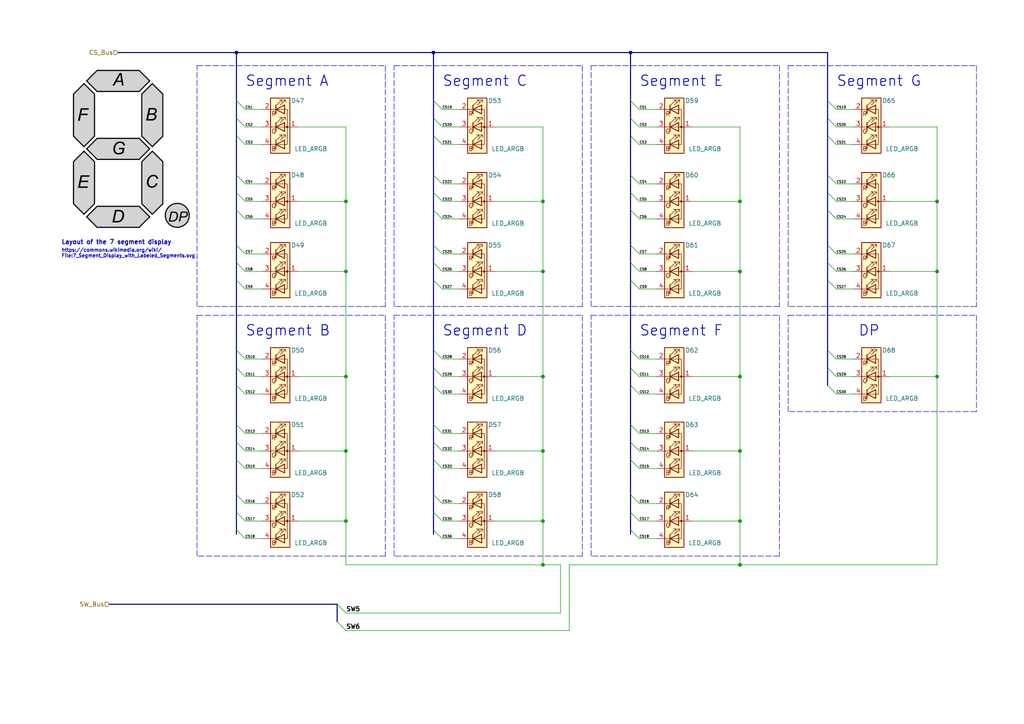
<source format=kicad_sch>
(kicad_sch (version 20211123) (generator eeschema)
  (paper "A4")
  (lib_symbols
    (symbol "Device:LED_ARGB" (pin_names (offset 0) hide)
      (property "Reference" "D" (at 0 9.398 0))
      (property "Value" "LED_ARGB" (at 0 -8.89 0))
      (symbol "LED_ARGB_0_0"
        (text "B" (at -1.905 -6.35 0) (effects (font (size 1.27 1.27))))
        (text "G" (at -1.905 -1.27 0) (effects (font (size 1.27 1.27))))
        (text "R" (at -1.905 3.81 0) (effects (font (size 1.27 1.27))))
      )
      (symbol "LED_ARGB_0_1"
        (polyline (pts (xy -1.27 -5.08) (xy -2.54 -5.08)))
        (polyline (pts (xy -1.27 -5.08) (xy 1.27 -5.08)))
        (polyline (pts (xy -1.27 -3.81) (xy -1.27 -6.35)) (stroke (width 0.254)))
        (polyline (pts (xy -1.27 0) (xy -2.54 0)))
        (polyline (pts (xy -1.27 1.27) (xy -1.27 -1.27)) (stroke (width 0.254)))
        (polyline (pts (xy -1.27 5.08) (xy -2.54 5.08)))
        (polyline (pts (xy -1.27 5.08) (xy 1.27 5.08)))
        (polyline (pts (xy -1.27 6.35) (xy -1.27 3.81)) (stroke (width 0.254)))
        (polyline (pts (xy 1.27 0) (xy -1.27 0)))
        (polyline (pts (xy 1.27 0) (xy 2.54 0)))
        (polyline (pts (xy -1.27 1.27) (xy -1.27 -1.27) (xy -1.27 -1.27)))
        (polyline (pts (xy -1.27 6.35) (xy -1.27 3.81) (xy -1.27 3.81)))
        (polyline (pts (xy 1.27 -5.08) (xy 2.032 -5.08) (xy 2.032 5.08) (xy 1.27 5.08)))
        (polyline (pts (xy 1.27 -3.81) (xy 1.27 -6.35) (xy -1.27 -5.08) (xy 1.27 -3.81)) (stroke (width 0.254)))
        (polyline (pts (xy 1.27 1.27) (xy 1.27 -1.27) (xy -1.27 0) (xy 1.27 1.27)) (stroke (width 0.254)))
        (polyline (pts (xy 1.27 6.35) (xy 1.27 3.81) (xy -1.27 5.08) (xy 1.27 6.35)) (stroke (width 0.254)))
        (polyline (pts (xy -1.016 -3.81) (xy 0.508 -2.286) (xy -0.254 -2.286) (xy 0.508 -2.286) (xy 0.508 -3.048)))
        (polyline (pts (xy -1.016 1.27) (xy 0.508 2.794) (xy -0.254 2.794) (xy 0.508 2.794) (xy 0.508 2.032)))
        (polyline (pts (xy -1.016 6.35) (xy 0.508 7.874) (xy -0.254 7.874) (xy 0.508 7.874) (xy 0.508 7.112)))
        (polyline (pts (xy 0 -3.81) (xy 1.524 -2.286) (xy 0.762 -2.286) (xy 1.524 -2.286) (xy 1.524 -3.048)))
        (polyline (pts (xy 0 1.27) (xy 1.524 2.794) (xy 0.762 2.794) (xy 1.524 2.794) (xy 1.524 2.032)))
        (polyline (pts (xy 0 6.35) (xy 1.524 7.874) (xy 0.762 7.874) (xy 1.524 7.874) (xy 1.524 7.112)))
        (rectangle (start 1.27 -1.27) (end 1.27 1.27))
        (rectangle (start 1.27 1.27) (end 1.27 1.27))
        (rectangle (start 1.27 3.81) (end 1.27 6.35))
        (rectangle (start 1.27 6.35) (end 1.27 6.35))
        (circle (center 2.032 0) (radius 0.254) (fill (type outline)))
        (rectangle (start 2.794 8.382) (end -2.794 -7.62) (stroke (width 0.254)) (fill (type background)))
      )
      (symbol "LED_ARGB_1_1"
        (pin passive line (at 5.08 0 180) (length 2.54) (name "A") (number "1"))
        (pin passive line (at -5.08 5.08 0) (length 2.54) (name "RK") (number "2"))
        (pin passive line (at -5.08 0 0) (length 2.54) (name "GK") (number "3"))
        (pin passive line (at -5.08 -5.08 0) (length 2.54) (name "BK") (number "4"))
      )
    )
  )
  (junction (at 214.63 78.74))
  (junction (at 271.78 109.22))
  (junction (at 157.48 163.83))
  (junction (at 157.48 151.13))
  (junction (at 271.78 78.74))
  (junction (at 214.63 151.13))
  (junction (at 214.63 163.83))
  (junction (at 100.33 130.81))
  (junction (at 214.63 130.81))
  (junction (at 214.63 58.42))
  (junction (at 157.48 109.22))
  (junction (at 100.33 109.22))
  (junction (at 100.33 151.13))
  (junction (at 157.48 130.81))
  (junction (at 157.48 78.74))
  (junction (at 182.88 15.24))
  (junction (at 125.73 15.24))
  (junction (at 157.48 58.42))
  (junction (at 271.78 58.42))
  (junction (at 68.58 15.24))
  (junction (at 214.63 109.22))
  (junction (at 100.33 58.42))
  (junction (at 100.33 78.74))
  (bus_entry (at 182.88 55.88) (size 2.54 2.54))
  (bus_entry (at 125.73 133.35) (size 2.54 2.54))
  (bus_entry (at 125.73 81.28) (size 2.54 2.54))
  (bus_entry (at 97.79 175.26) (size 2.54 2.54))
  (bus_entry (at 97.79 180.34) (size 2.54 2.54))
  (bus_entry (at 240.03 55.88) (size 2.54 2.54))
  (bus_entry (at 182.88 76.2) (size 2.54 2.54))
  (bus_entry (at 182.88 50.8) (size 2.54 2.54))
  (bus_entry (at 125.73 50.8) (size 2.54 2.54))
  (bus_entry (at 68.58 39.37) (size 2.54 2.54))
  (bus_entry (at 125.73 143.51) (size 2.54 2.54))
  (bus_entry (at 240.03 106.68) (size 2.54 2.54))
  (bus_entry (at 68.58 143.51) (size 2.54 2.54))
  (bus_entry (at 182.88 128.27) (size 2.54 2.54))
  (bus_entry (at 182.88 133.35) (size 2.54 2.54))
  (bus_entry (at 182.88 39.37) (size 2.54 2.54))
  (bus_entry (at 182.88 101.6) (size 2.54 2.54))
  (bus_entry (at 125.73 148.59) (size 2.54 2.54))
  (bus_entry (at 182.88 111.76) (size 2.54 2.54))
  (bus_entry (at 240.03 71.12) (size 2.54 2.54))
  (bus_entry (at 182.88 60.96) (size 2.54 2.54))
  (bus_entry (at 240.03 39.37) (size 2.54 2.54))
  (bus_entry (at 240.03 50.8) (size 2.54 2.54))
  (bus_entry (at 182.88 148.59) (size 2.54 2.54))
  (bus_entry (at 125.73 153.67) (size 2.54 2.54))
  (bus_entry (at 182.88 34.29) (size 2.54 2.54))
  (bus_entry (at 125.73 71.12) (size 2.54 2.54))
  (bus_entry (at 68.58 153.67) (size 2.54 2.54))
  (bus_entry (at 182.88 81.28) (size 2.54 2.54))
  (bus_entry (at 240.03 101.6) (size 2.54 2.54))
  (bus_entry (at 182.88 71.12) (size 2.54 2.54))
  (bus_entry (at 125.73 111.76) (size 2.54 2.54))
  (bus_entry (at 125.73 106.68) (size 2.54 2.54))
  (bus_entry (at 182.88 123.19) (size 2.54 2.54))
  (bus_entry (at 68.58 133.35) (size 2.54 2.54))
  (bus_entry (at 240.03 111.76) (size 2.54 2.54))
  (bus_entry (at 68.58 71.12) (size 2.54 2.54))
  (bus_entry (at 125.73 101.6) (size 2.54 2.54))
  (bus_entry (at 125.73 29.21) (size 2.54 2.54))
  (bus_entry (at 68.58 101.6) (size 2.54 2.54))
  (bus_entry (at 240.03 81.28) (size 2.54 2.54))
  (bus_entry (at 125.73 76.2) (size 2.54 2.54))
  (bus_entry (at 125.73 34.29) (size 2.54 2.54))
  (bus_entry (at 182.88 29.21) (size 2.54 2.54))
  (bus_entry (at 68.58 60.96) (size 2.54 2.54))
  (bus_entry (at 68.58 55.88) (size 2.54 2.54))
  (bus_entry (at 240.03 29.21) (size 2.54 2.54))
  (bus_entry (at 240.03 60.96) (size 2.54 2.54))
  (bus_entry (at 125.73 60.96) (size 2.54 2.54))
  (bus_entry (at 68.58 29.21) (size 2.54 2.54))
  (bus_entry (at 68.58 128.27) (size 2.54 2.54))
  (bus_entry (at 68.58 34.29) (size 2.54 2.54))
  (bus_entry (at 68.58 106.68) (size 2.54 2.54))
  (bus_entry (at 240.03 76.2) (size 2.54 2.54))
  (bus_entry (at 68.58 148.59) (size 2.54 2.54))
  (bus_entry (at 68.58 76.2) (size 2.54 2.54))
  (bus_entry (at 240.03 34.29) (size 2.54 2.54))
  (bus_entry (at 125.73 55.88) (size 2.54 2.54))
  (bus_entry (at 68.58 50.8) (size 2.54 2.54))
  (bus_entry (at 125.73 39.37) (size 2.54 2.54))
  (bus_entry (at 125.73 123.19) (size 2.54 2.54))
  (bus_entry (at 182.88 143.51) (size 2.54 2.54))
  (bus_entry (at 125.73 128.27) (size 2.54 2.54))
  (bus_entry (at 68.58 111.76) (size 2.54 2.54))
  (bus_entry (at 68.58 123.19) (size 2.54 2.54))
  (bus_entry (at 182.88 106.68) (size 2.54 2.54))
  (bus_entry (at 68.58 81.28) (size 2.54 2.54))
  (bus_entry (at 182.88 153.67) (size 2.54 2.54))
  (wire (pts (xy 200.66 109.22) (xy 214.63 109.22)))
  (wire (pts (xy 86.36 109.22) (xy 100.33 109.22)))
  (wire (pts (xy 242.57 36.83) (xy 247.65 36.83)))
  (bus (pts (xy 125.73 143.51) (xy 125.73 148.59)))
  (wire (pts (xy 71.12 73.66) (xy 76.2 73.66)))
  (wire (pts (xy 71.12 36.83) (xy 76.2 36.83)))
  (bus (pts (xy 68.58 123.19) (xy 68.58 128.27)))
  (polyline (pts (xy 171.45 88.9) (xy 171.45 19.05)))
  (wire (pts (xy 242.57 104.14) (xy 247.65 104.14)))
  (wire (pts (xy 185.42 104.14) (xy 190.5 104.14)))
  (wire (pts (xy 214.63 130.81) (xy 200.66 130.81)))
  (wire (pts (xy 128.27 156.21) (xy 133.35 156.21)))
  (bus (pts (xy 125.73 15.24) (xy 182.88 15.24)))
  (bus (pts (xy 240.03 50.8) (xy 240.03 55.88)))
  (wire (pts (xy 242.57 73.66) (xy 247.65 73.66)))
  (wire (pts (xy 128.27 78.74) (xy 133.35 78.74)))
  (wire (pts (xy 100.33 78.74) (xy 100.33 109.22)))
  (wire (pts (xy 157.48 130.81) (xy 157.48 151.13)))
  (wire (pts (xy 185.42 156.21) (xy 190.5 156.21)))
  (bus (pts (xy 125.73 55.88) (xy 125.73 60.96)))
  (wire (pts (xy 157.48 151.13) (xy 157.48 163.83)))
  (wire (pts (xy 242.57 41.91) (xy 247.65 41.91)))
  (wire (pts (xy 200.66 36.83) (xy 214.63 36.83)))
  (polyline (pts (xy 111.76 19.05) (xy 111.76 88.9)))
  (wire (pts (xy 257.81 78.74) (xy 271.78 78.74)))
  (polyline (pts (xy 283.21 119.38) (xy 228.6 119.38)))
  (bus (pts (xy 182.88 60.96) (xy 182.88 71.12)))
  (bus (pts (xy 125.73 71.12) (xy 125.73 76.2)))
  (bus (pts (xy 182.88 133.35) (xy 182.88 143.51)))
  (bus (pts (xy 68.58 15.24) (xy 125.73 15.24)))
  (wire (pts (xy 128.27 114.3) (xy 133.35 114.3)))
  (wire (pts (xy 71.12 78.74) (xy 76.2 78.74)))
  (wire (pts (xy 71.12 31.75) (xy 76.2 31.75)))
  (bus (pts (xy 182.88 148.59) (xy 182.88 153.67)))
  (bus (pts (xy 182.88 29.21) (xy 182.88 34.29)))
  (wire (pts (xy 143.51 36.83) (xy 157.48 36.83)))
  (bus (pts (xy 68.58 76.2) (xy 68.58 81.28)))
  (wire (pts (xy 128.27 31.75) (xy 133.35 31.75)))
  (wire (pts (xy 71.12 156.21) (xy 76.2 156.21)))
  (wire (pts (xy 185.42 146.05) (xy 190.5 146.05)))
  (bus (pts (xy 68.58 153.67) (xy 68.58 154.94)))
  (wire (pts (xy 185.42 53.34) (xy 190.5 53.34)))
  (polyline (pts (xy 171.45 161.29) (xy 171.45 91.44)))
  (wire (pts (xy 143.51 109.22) (xy 157.48 109.22)))
  (bus (pts (xy 68.58 111.76) (xy 68.58 123.19)))
  (wire (pts (xy 214.63 58.42) (xy 200.66 58.42)))
  (wire (pts (xy 242.57 58.42) (xy 247.65 58.42)))
  (wire (pts (xy 100.33 109.22) (xy 100.33 130.81)))
  (wire (pts (xy 185.42 73.66) (xy 190.5 73.66)))
  (bus (pts (xy 182.88 143.51) (xy 182.88 148.59)))
  (bus (pts (xy 182.88 106.68) (xy 182.88 111.76)))
  (wire (pts (xy 128.27 104.14) (xy 133.35 104.14)))
  (bus (pts (xy 182.88 50.8) (xy 182.88 55.88)))
  (wire (pts (xy 214.63 58.42) (xy 214.63 78.74)))
  (wire (pts (xy 128.27 151.13) (xy 133.35 151.13)))
  (wire (pts (xy 271.78 58.42) (xy 257.81 58.42)))
  (wire (pts (xy 242.57 31.75) (xy 247.65 31.75)))
  (bus (pts (xy 240.03 55.88) (xy 240.03 60.96)))
  (wire (pts (xy 185.42 58.42) (xy 190.5 58.42)))
  (wire (pts (xy 185.42 36.83) (xy 190.5 36.83)))
  (bus (pts (xy 68.58 29.21) (xy 68.58 34.29)))
  (wire (pts (xy 185.42 114.3) (xy 190.5 114.3)))
  (bus (pts (xy 68.58 39.37) (xy 68.58 50.8)))
  (bus (pts (xy 240.03 101.6) (xy 240.03 106.68)))
  (wire (pts (xy 128.27 41.91) (xy 133.35 41.91)))
  (wire (pts (xy 128.27 125.73) (xy 133.35 125.73)))
  (wire (pts (xy 257.81 109.22) (xy 271.78 109.22)))
  (wire (pts (xy 185.42 41.91) (xy 190.5 41.91)))
  (polyline (pts (xy 114.3 88.9) (xy 114.3 19.05)))
  (wire (pts (xy 71.12 130.81) (xy 76.2 130.81)))
  (bus (pts (xy 68.58 81.28) (xy 68.58 101.6)))
  (wire (pts (xy 100.33 163.83) (xy 157.48 163.83)))
  (polyline (pts (xy 171.45 19.05) (xy 226.06 19.05)))
  (wire (pts (xy 71.12 114.3) (xy 76.2 114.3)))
  (polyline (pts (xy 226.06 91.44) (xy 226.06 161.29)))
  (wire (pts (xy 185.42 109.22) (xy 190.5 109.22)))
  (bus (pts (xy 125.73 148.59) (xy 125.73 153.67)))
  (bus (pts (xy 125.73 34.29) (xy 125.73 39.37)))
  (bus (pts (xy 182.88 15.24) (xy 240.03 15.24)))
  (polyline (pts (xy 57.15 91.44) (xy 111.76 91.44)))
  (polyline (pts (xy 228.6 19.05) (xy 283.21 19.05)))
  (polyline (pts (xy 228.6 119.38) (xy 228.6 91.44)))
  (bus (pts (xy 68.58 133.35) (xy 68.58 143.51)))
  (polyline (pts (xy 111.76 91.44) (xy 111.76 161.29)))
  (wire (pts (xy 157.48 58.42) (xy 143.51 58.42)))
  (bus (pts (xy 125.73 81.28) (xy 125.73 101.6)))
  (wire (pts (xy 157.48 130.81) (xy 143.51 130.81)))
  (bus (pts (xy 125.73 111.76) (xy 125.73 123.19)))
  (wire (pts (xy 71.12 58.42) (xy 76.2 58.42)))
  (polyline (pts (xy 228.6 91.44) (xy 283.21 91.44)))
  (bus (pts (xy 182.88 153.67) (xy 182.88 154.94)))
  (wire (pts (xy 143.51 78.74) (xy 157.48 78.74)))
  (wire (pts (xy 214.63 78.74) (xy 214.63 109.22)))
  (bus (pts (xy 31.75 175.26) (xy 97.79 175.26)))
  (wire (pts (xy 185.42 135.89) (xy 190.5 135.89)))
  (polyline (pts (xy 57.15 19.05) (xy 111.76 19.05)))
  (wire (pts (xy 86.36 151.13) (xy 100.33 151.13)))
  (wire (pts (xy 242.57 63.5) (xy 247.65 63.5)))
  (bus (pts (xy 240.03 15.24) (xy 240.03 29.21)))
  (bus (pts (xy 125.73 15.24) (xy 125.73 29.21)))
  (polyline (pts (xy 283.21 19.05) (xy 283.21 88.9)))
  (wire (pts (xy 71.12 146.05) (xy 76.2 146.05)))
  (bus (pts (xy 97.79 175.26) (xy 97.79 180.34)))
  (wire (pts (xy 271.78 36.83) (xy 271.78 58.42)))
  (wire (pts (xy 200.66 151.13) (xy 214.63 151.13)))
  (polyline (pts (xy 57.15 88.9) (xy 57.15 19.05)))
  (polyline (pts (xy 228.6 88.9) (xy 228.6 19.05)))
  (wire (pts (xy 242.57 53.34) (xy 247.65 53.34)))
  (bus (pts (xy 125.73 29.21) (xy 125.73 34.29)))
  (wire (pts (xy 200.66 78.74) (xy 214.63 78.74)))
  (bus (pts (xy 125.73 133.35) (xy 125.73 143.51)))
  (bus (pts (xy 182.88 76.2) (xy 182.88 81.28)))
  (wire (pts (xy 157.48 78.74) (xy 157.48 109.22)))
  (wire (pts (xy 143.51 151.13) (xy 157.48 151.13)))
  (bus (pts (xy 125.73 101.6) (xy 125.73 106.68)))
  (bus (pts (xy 125.73 153.67) (xy 125.73 154.94)))
  (polyline (pts (xy 283.21 91.44) (xy 283.21 119.38)))
  (wire (pts (xy 185.42 63.5) (xy 190.5 63.5)))
  (bus (pts (xy 68.58 148.59) (xy 68.58 153.67)))
  (bus (pts (xy 182.88 81.28) (xy 182.88 101.6)))
  (bus (pts (xy 125.73 50.8) (xy 125.73 55.88)))
  (bus (pts (xy 68.58 101.6) (xy 68.58 106.68)))
  (bus (pts (xy 125.73 123.19) (xy 125.73 128.27)))
  (bus (pts (xy 68.58 106.68) (xy 68.58 111.76)))
  (wire (pts (xy 157.48 36.83) (xy 157.48 58.42)))
  (bus (pts (xy 68.58 71.12) (xy 68.58 76.2)))
  (wire (pts (xy 128.27 73.66) (xy 133.35 73.66)))
  (wire (pts (xy 214.63 36.83) (xy 214.63 58.42)))
  (bus (pts (xy 182.88 39.37) (xy 182.88 50.8)))
  (bus (pts (xy 182.88 123.19) (xy 182.88 128.27)))
  (wire (pts (xy 157.48 109.22) (xy 157.48 130.81)))
  (polyline (pts (xy 168.91 91.44) (xy 168.91 161.29)))
  (bus (pts (xy 182.88 15.24) (xy 182.88 29.21)))
  (wire (pts (xy 100.33 177.8) (xy 162.56 177.8)))
  (wire (pts (xy 271.78 78.74) (xy 271.78 109.22)))
  (wire (pts (xy 157.48 163.83) (xy 162.56 163.83)))
  (polyline (pts (xy 226.06 88.9) (xy 171.45 88.9)))
  (polyline (pts (xy 114.3 19.05) (xy 168.91 19.05)))
  (wire (pts (xy 71.12 63.5) (xy 76.2 63.5)))
  (wire (pts (xy 71.12 135.89) (xy 76.2 135.89)))
  (wire (pts (xy 100.33 130.81) (xy 86.36 130.81)))
  (polyline (pts (xy 114.3 161.29) (xy 114.3 91.44)))
  (bus (pts (xy 125.73 76.2) (xy 125.73 81.28)))
  (wire (pts (xy 128.27 58.42) (xy 133.35 58.42)))
  (polyline (pts (xy 111.76 161.29) (xy 57.15 161.29)))
  (wire (pts (xy 214.63 151.13) (xy 214.63 163.83)))
  (wire (pts (xy 162.56 163.83) (xy 162.56 177.8)))
  (wire (pts (xy 257.81 36.83) (xy 271.78 36.83)))
  (wire (pts (xy 185.42 31.75) (xy 190.5 31.75)))
  (bus (pts (xy 68.58 143.51) (xy 68.58 148.59)))
  (bus (pts (xy 240.03 29.21) (xy 240.03 34.29)))
  (wire (pts (xy 214.63 130.81) (xy 214.63 151.13)))
  (wire (pts (xy 86.36 36.83) (xy 100.33 36.83)))
  (wire (pts (xy 185.42 125.73) (xy 190.5 125.73)))
  (wire (pts (xy 100.33 36.83) (xy 100.33 58.42)))
  (bus (pts (xy 125.73 60.96) (xy 125.73 71.12)))
  (bus (pts (xy 240.03 39.37) (xy 240.03 50.8)))
  (bus (pts (xy 240.03 76.2) (xy 240.03 81.28)))
  (wire (pts (xy 128.27 135.89) (xy 133.35 135.89)))
  (wire (pts (xy 86.36 78.74) (xy 100.33 78.74)))
  (wire (pts (xy 214.63 109.22) (xy 214.63 130.81)))
  (wire (pts (xy 185.42 83.82) (xy 190.5 83.82)))
  (polyline (pts (xy 168.91 19.05) (xy 168.91 88.9)))
  (wire (pts (xy 128.27 36.83) (xy 133.35 36.83)))
  (bus (pts (xy 182.88 71.12) (xy 182.88 76.2)))
  (bus (pts (xy 182.88 111.76) (xy 182.88 123.19)))
  (wire (pts (xy 71.12 151.13) (xy 76.2 151.13)))
  (bus (pts (xy 182.88 128.27) (xy 182.88 133.35)))
  (bus (pts (xy 68.58 15.24) (xy 68.58 29.21)))
  (bus (pts (xy 68.58 55.88) (xy 68.58 60.96)))
  (wire (pts (xy 271.78 58.42) (xy 271.78 78.74)))
  (bus (pts (xy 182.88 101.6) (xy 182.88 106.68)))
  (wire (pts (xy 242.57 114.3) (xy 247.65 114.3)))
  (wire (pts (xy 185.42 151.13) (xy 190.5 151.13)))
  (wire (pts (xy 71.12 125.73) (xy 76.2 125.73)))
  (wire (pts (xy 100.33 163.83) (xy 100.33 151.13)))
  (wire (pts (xy 165.1 182.88) (xy 165.1 163.83)))
  (wire (pts (xy 71.12 83.82) (xy 76.2 83.82)))
  (wire (pts (xy 165.1 163.83) (xy 214.63 163.83)))
  (wire (pts (xy 100.33 130.81) (xy 100.33 151.13)))
  (wire (pts (xy 271.78 109.22) (xy 271.78 163.83)))
  (wire (pts (xy 242.57 78.74) (xy 247.65 78.74)))
  (bus (pts (xy 34.29 15.24) (xy 68.58 15.24)))
  (polyline (pts (xy 283.21 88.9) (xy 228.6 88.9)))
  (bus (pts (xy 182.88 55.88) (xy 182.88 60.96)))
  (wire (pts (xy 128.27 130.81) (xy 133.35 130.81)))
  (bus (pts (xy 240.03 34.29) (xy 240.03 39.37)))
  (polyline (pts (xy 114.3 91.44) (xy 168.91 91.44)))
  (bus (pts (xy 125.73 128.27) (xy 125.73 133.35)))
  (wire (pts (xy 128.27 53.34) (xy 133.35 53.34)))
  (wire (pts (xy 128.27 63.5) (xy 133.35 63.5)))
  (bus (pts (xy 240.03 60.96) (xy 240.03 71.12)))
  (polyline (pts (xy 168.91 88.9) (xy 114.3 88.9)))
  (bus (pts (xy 240.03 81.28) (xy 240.03 101.6)))
  (polyline (pts (xy 111.76 88.9) (xy 57.15 88.9)))
  (wire (pts (xy 214.63 163.83) (xy 271.78 163.83)))
  (polyline (pts (xy 226.06 161.29) (xy 171.45 161.29)))
  (bus (pts (xy 125.73 106.68) (xy 125.73 111.76)))
  (wire (pts (xy 242.57 109.22) (xy 247.65 109.22)))
  (wire (pts (xy 71.12 41.91) (xy 76.2 41.91)))
  (polyline (pts (xy 171.45 91.44) (xy 226.06 91.44)))
  (polyline (pts (xy 168.91 161.29) (xy 114.3 161.29)))
  (polyline (pts (xy 57.15 161.29) (xy 57.15 91.44)))
  (bus (pts (xy 125.73 39.37) (xy 125.73 50.8)))
  (wire (pts (xy 128.27 146.05) (xy 133.35 146.05)))
  (bus (pts (xy 68.58 50.8) (xy 68.58 55.88)))
  (bus (pts (xy 240.03 106.68) (xy 240.03 111.76)))
  (wire (pts (xy 185.42 130.81) (xy 190.5 130.81)))
  (polyline (pts (xy 226.06 19.05) (xy 226.06 88.9)))
  (wire (pts (xy 128.27 109.22) (xy 133.35 109.22)))
  (wire (pts (xy 157.48 58.42) (xy 157.48 78.74)))
  (bus (pts (xy 68.58 34.29) (xy 68.58 39.37)))
  (wire (pts (xy 242.57 83.82) (xy 247.65 83.82)))
  (wire (pts (xy 185.42 78.74) (xy 190.5 78.74)))
  (wire (pts (xy 100.33 58.42) (xy 100.33 78.74)))
  (wire (pts (xy 71.12 53.34) (xy 76.2 53.34)))
  (bus (pts (xy 68.58 128.27) (xy 68.58 133.35)))
  (bus (pts (xy 240.03 71.12) (xy 240.03 76.2)))
  (wire (pts (xy 71.12 104.14) (xy 76.2 104.14)))
  (wire (pts (xy 128.27 83.82) (xy 133.35 83.82)))
  (wire (pts (xy 71.12 109.22) (xy 76.2 109.22)))
  (wire (pts (xy 100.33 58.42) (xy 86.36 58.42)))
  (bus (pts (xy 182.88 34.29) (xy 182.88 39.37)))
  (wire (pts (xy 100.33 182.88) (xy 165.1 182.88)))
  (bus (pts (xy 68.58 60.96) (xy 68.58 71.12)))
  (image (at 38.1 43.18))
  (text "https://commons.wikimedia.org/wiki/\nFile:7_Segment_Display_with_Labeled_Segments.svg" (at 17.78 74.93 0) (effects (font (size 1 1) bold) (justify left bottom)))
  (text "Segment F" (at 185.42 97.79 0) (effects (font (size 3 3) (thickness 0.254) bold) (justify left bottom)))
  (text "Segment D" (at 128.27 97.79 0) (effects (font (size 3 3) (thickness 0.254) bold) (justify left bottom)))
  (text "Segment G" (at 242.57 25.4 0) (effects (font (size 3 3) (thickness 0.254) bold) (justify left bottom)))
  (text "Segment E" (at 185.42 25.4 0) (effects (font (size 3 3) (thickness 0.254) bold) (justify left bottom)))
  (text "Segment A" (at 71.12 25.4 0) (effects (font (size 3 3) (thickness 0.254) bold) (justify left bottom)))
  (text "DP\n" (at 248.92 97.79 0) (effects (font (size 3 3) (thickness 0.254) bold) (justify left bottom)))
  (text "Layout of the 7 segment display" (at 17.78 71.12 0) (effects (font (size 1.27 1.27) bold) (justify left bottom)))
  (text "Segment C" (at 128.27 25.4 0) (effects (font (size 3 3) (thickness 0.254) bold) (justify left bottom)))
  (text "Segment B" (at 71.12 97.79 0) (effects (font (size 3 3) (thickness 0.254) bold) (justify left bottom)))
  (label "SW6" (at 100.33 182.88 0) (effects (font bold)))
  (label "CS9" (at 71.12 83.82 0) (effects (font (size 0.7 0.7) bold)))
  (label "CS17" (at 71.12 151.13 0) (effects (font (size 0.7 0.7) bold)))
  (label "CS14" (at 71.12 130.81 0) (effects (font (size 0.7 0.7) bold)))
  (label "CS1" (at 185.42 31.75 0) (effects (font (size 0.7 0.7) bold)))
  (label "CS26" (at 128.27 78.74 0) (effects (font (size 0.7 0.7) bold)))
  (label "CS8" (at 71.12 78.74 0) (effects (font (size 0.7 0.7) bold)))
  (label "CS9" (at 185.42 83.82 0) (effects (font (size 0.7 0.7) bold)))
  (label "CS12" (at 185.42 114.3 0) (effects (font (size 0.7 0.7) bold)))
  (label "CS26" (at 242.57 78.74 0) (effects (font (size 0.7 0.7) bold)))
  (label "CS27" (at 242.57 83.82 0) (effects (font (size 0.7 0.7) bold)))
  (label "CS4" (at 71.12 53.34 0) (effects (font (size 0.7 0.7) bold)))
  (label "CS13" (at 71.12 125.73 0) (effects (font (size 0.7 0.7) bold)))
  (label "CS14" (at 185.42 130.81 0) (effects (font (size 0.7 0.7) bold)))
  (label "CS4" (at 185.42 53.34 0) (effects (font (size 0.7 0.7) bold)))
  (label "CS21" (at 242.57 41.91 0) (effects (font (size 0.7 0.7) bold)))
  (label "CS27" (at 128.27 83.82 0) (effects (font (size 0.7 0.7) bold)))
  (label "CS23" (at 128.27 58.42 0) (effects (font (size 0.7 0.7) bold)))
  (label "CS29" (at 128.27 109.22 0) (effects (font (size 0.7 0.7) bold)))
  (label "CS24" (at 128.27 63.5 0) (effects (font (size 0.7 0.7) bold)))
  (label "CS34" (at 128.27 146.05 0) (effects (font (size 0.7 0.7) bold)))
  (label "CS32" (at 128.27 130.81 0) (effects (font (size 0.7 0.7) bold)))
  (label "CS23" (at 242.57 58.42 0) (effects (font (size 0.7 0.7) bold)))
  (label "CS3" (at 71.12 41.91 0) (effects (font (size 0.7 0.7) bold)))
  (label "CS36" (at 128.27 156.21 0) (effects (font (size 0.7 0.7) bold)))
  (label "CS28" (at 242.57 104.14 0) (effects (font (size 0.7 0.7) bold)))
  (label "CS28" (at 128.27 104.14 0) (effects (font (size 0.7 0.7) bold)))
  (label "CS18" (at 71.12 156.21 0) (effects (font (size 0.7 0.7) bold)))
  (label "CS11" (at 185.42 109.22 0) (effects (font (size 0.7 0.7) bold)))
  (label "CS16" (at 71.12 146.05 0) (effects (font (size 0.7 0.7) bold)))
  (label "CS7" (at 71.12 73.66 0) (effects (font (size 0.7 0.7) bold)))
  (label "CS7" (at 185.42 73.66 0) (effects (font (size 0.7 0.7) bold)))
  (label "CS22" (at 242.57 53.34 0) (effects (font (size 0.7 0.7) bold)))
  (label "CS1" (at 71.12 31.75 0) (effects (font (size 0.7 0.7) bold)))
  (label "CS19" (at 128.27 31.75 0) (effects (font (size 0.7 0.7) bold)))
  (label "CS15" (at 71.12 135.89 0) (effects (font (size 0.7 0.7) bold)))
  (label "CS21" (at 128.27 41.91 0) (effects (font (size 0.7 0.7) bold)))
  (label "CS12" (at 71.12 114.3 0) (effects (font (size 0.7 0.7) bold)))
  (label "CS2" (at 185.42 36.83 0) (effects (font (size 0.7 0.7) bold)))
  (label "CS30" (at 242.57 114.3 0) (effects (font (size 0.7 0.7) bold)))
  (label "CS30" (at 128.27 114.3 0) (effects (font (size 0.7 0.7) bold)))
  (label "CS35" (at 128.27 151.13 0) (effects (font (size 0.7 0.7) bold)))
  (label "CS20" (at 128.27 36.83 0) (effects (font (size 0.7 0.7) bold)))
  (label "CS11" (at 71.12 109.22 0) (effects (font (size 0.7 0.7) bold)))
  (label "CS2" (at 71.12 36.83 0) (effects (font (size 0.7 0.7) bold)))
  (label "CS8" (at 185.42 78.74 0) (effects (font (size 0.7 0.7) bold)))
  (label "CS5" (at 71.12 58.42 0) (effects (font (size 0.7 0.7) bold)))
  (label "SW5" (at 100.33 177.8 0) (effects (font bold)))
  (label "CS10" (at 185.42 104.14 0) (effects (font (size 0.7 0.7) bold)))
  (label "CS3" (at 185.42 41.91 0) (effects (font (size 0.7 0.7) bold)))
  (label "CS17" (at 185.42 151.13 0) (effects (font (size 0.7 0.7) bold)))
  (label "CS31" (at 128.27 125.73 0) (effects (font (size 0.7 0.7) bold)))
  (label "CS29" (at 242.57 109.22 0) (effects (font (size 0.7 0.7) bold)))
  (label "CS5" (at 185.42 58.42 0) (effects (font (size 0.7 0.7) bold)))
  (label "CS25" (at 242.57 73.66 0) (effects (font (size 0.7 0.7) bold)))
  (label "CS33" (at 128.27 135.89 0) (effects (font (size 0.7 0.7) bold)))
  (label "CS22" (at 128.27 53.34 0) (effects (font (size 0.7 0.7) bold)))
  (label "CS16" (at 185.42 146.05 0) (effects (font (size 0.7 0.7) bold)))
  (label "CS15" (at 185.42 135.89 0) (effects (font (size 0.7 0.7) bold)))
  (label "CS18" (at 185.42 156.21 0) (effects (font (size 0.7 0.7) bold)))
  (label "CS20" (at 242.57 36.83 0) (effects (font (size 0.7 0.7) bold)))
  (label "CS13" (at 185.42 125.73 0) (effects (font (size 0.7 0.7) bold)))
  (label "CS6" (at 185.42 63.5 0) (effects (font (size 0.7 0.7) bold)))
  (label "CS25" (at 128.27 73.66 0) (effects (font (size 0.7 0.7) bold)))
  (label "CS24" (at 242.57 63.5 0) (effects (font (size 0.7 0.7) bold)))
  (label "CS6" (at 71.12 63.5 0) (effects (font (size 0.7 0.7) bold)))
  (label "CS10" (at 71.12 104.14 0) (effects (font (size 0.7 0.7) bold)))
  (label "CS19" (at 242.57 31.75 0) (effects (font (size 0.7 0.7) bold)))
  (hierarchical_label "SW_Bus" (shape input) (at 31.75 175.26 180))
  (hierarchical_label "CS_Bus" (shape input) (at 34.29 15.24 180))
  (symbol (lib_id "Device:LED_ARGB") (at 195.58 109.22 0) (unit 1)
    (property "Reference" "D62" (at 200.66 101.6 0))
    (property "Value" "LED_ARGB" (at 204.47 115.57 0))
    (property "Footprint" "jjh:SX-0402-RGB" (effects hide))
  )
  (symbol (lib_id "Device:LED_ARGB") (at 195.58 78.74 0) (unit 1)
    (property "Reference" "D61" (at 200.66 71.12 0))
    (property "Value" "LED_ARGB" (at 204.47 85.09 0))
    (property "Footprint" "jjh:SX-0402-RGB" (effects hide))
  )
  (symbol (lib_id "Device:LED_ARGB") (at 252.73 109.22 0) (unit 1)
    (property "Reference" "D68" (at 257.81 101.6 0))
    (property "Value" "LED_ARGB" (at 261.62 115.57 0))
    (property "Footprint" "jjh:SX-0402-RGB" (effects hide))
  )
  (symbol (lib_id "Device:LED_ARGB") (at 81.28 36.83 0) (unit 1)
    (property "Reference" "D47" (at 86.36 29.21 0))
    (property "Value" "LED_ARGB" (at 90.17 43.18 0))
    (property "Footprint" "jjh:SX-0402-RGB" (effects hide))
  )
  (symbol (lib_id "Device:LED_ARGB") (at 138.43 58.42 0) (unit 1)
    (property "Reference" "D54" (at 143.51 50.8 0))
    (property "Value" "LED_ARGB" (at 147.32 64.77 0))
    (property "Footprint" "jjh:SX-0402-RGB" (effects hide))
  )
  (symbol (lib_id "Device:LED_ARGB") (at 195.58 130.81 0) (unit 1)
    (property "Reference" "D63" (at 200.66 123.19 0))
    (property "Value" "LED_ARGB" (at 204.47 137.16 0))
    (property "Footprint" "jjh:SX-0402-RGB" (effects hide))
  )
  (symbol (lib_id "Device:LED_ARGB") (at 81.28 78.74 0) (unit 1)
    (property "Reference" "D49" (at 86.36 71.12 0))
    (property "Value" "LED_ARGB" (at 90.17 85.09 0))
    (property "Footprint" "jjh:SX-0402-RGB" (effects hide))
  )
  (symbol (lib_id "Device:LED_ARGB") (at 138.43 109.22 0) (unit 1)
    (property "Reference" "D56" (at 143.51 101.6 0))
    (property "Value" "LED_ARGB" (at 147.32 115.57 0))
    (property "Footprint" "jjh:SX-0402-RGB" (effects hide))
  )
  (symbol (lib_id "Device:LED_ARGB") (at 252.73 58.42 0) (unit 1)
    (property "Reference" "D66" (at 257.81 50.8 0))
    (property "Value" "LED_ARGB" (at 261.62 64.77 0))
    (property "Footprint" "jjh:SX-0402-RGB" (effects hide))
  )
  (symbol (lib_id "Device:LED_ARGB") (at 138.43 130.81 0) (unit 1)
    (property "Reference" "D57" (at 143.51 123.19 0))
    (property "Value" "LED_ARGB" (at 147.32 137.16 0))
    (property "Footprint" "jjh:SX-0402-RGB" (effects hide))
  )
  (symbol (lib_id "Device:LED_ARGB") (at 138.43 78.74 0) (unit 1)
    (property "Reference" "D55" (at 143.51 71.12 0))
    (property "Value" "LED_ARGB" (at 147.32 85.09 0))
    (property "Footprint" "jjh:SX-0402-RGB" (effects hide))
  )
  (symbol (lib_id "Device:LED_ARGB") (at 252.73 36.83 0) (unit 1)
    (property "Reference" "D65" (at 257.81 29.21 0))
    (property "Value" "LED_ARGB" (at 261.62 43.18 0))
    (property "Footprint" "jjh:SX-0402-RGB" (effects hide))
  )
  (symbol (lib_id "Device:LED_ARGB") (at 195.58 58.42 0) (unit 1)
    (property "Reference" "D60" (at 200.66 50.8 0))
    (property "Value" "LED_ARGB" (at 204.47 64.77 0))
    (property "Footprint" "jjh:SX-0402-RGB" (effects hide))
  )
  (symbol (lib_id "Device:LED_ARGB") (at 195.58 151.13 0) (unit 1)
    (property "Reference" "D64" (at 200.66 143.51 0))
    (property "Value" "LED_ARGB" (at 204.47 157.48 0))
    (property "Footprint" "jjh:SX-0402-RGB" (effects hide))
  )
  (symbol (lib_id "Device:LED_ARGB") (at 138.43 151.13 0) (unit 1)
    (property "Reference" "D58" (at 143.51 143.51 0))
    (property "Value" "LED_ARGB" (at 147.32 157.48 0))
    (property "Footprint" "jjh:SX-0402-RGB" (effects hide))
  )
  (symbol (lib_id "Device:LED_ARGB") (at 138.43 36.83 0) (unit 1)
    (property "Reference" "D53" (at 143.51 29.21 0))
    (property "Value" "LED_ARGB" (at 147.32 43.18 0))
    (property "Footprint" "jjh:SX-0402-RGB" (effects hide))
  )
  (symbol (lib_id "Device:LED_ARGB") (at 195.58 36.83 0) (unit 1)
    (property "Reference" "D59" (at 200.66 29.21 0))
    (property "Value" "LED_ARGB" (at 204.47 43.18 0))
    (property "Footprint" "jjh:SX-0402-RGB" (effects hide))
  )
  (symbol (lib_id "Device:LED_ARGB") (at 81.28 151.13 0) (unit 1)
    (property "Reference" "D52" (at 86.36 143.51 0))
    (property "Value" "LED_ARGB" (at 90.17 157.48 0))
    (property "Footprint" "jjh:SX-0402-RGB" (effects hide))
  )
  (symbol (lib_id "Device:LED_ARGB") (at 252.73 78.74 0) (unit 1)
    (property "Reference" "D67" (at 257.81 71.12 0))
    (property "Value" "LED_ARGB" (at 261.62 85.09 0))
    (property "Footprint" "jjh:SX-0402-RGB" (effects hide))
  )
  (symbol (lib_id "Device:LED_ARGB") (at 81.28 130.81 0) (unit 1)
    (property "Reference" "D51" (at 86.36 123.19 0))
    (property "Value" "LED_ARGB" (at 90.17 137.16 0))
    (property "Footprint" "jjh:SX-0402-RGB" (effects hide))
  )
  (symbol (lib_id "Device:LED_ARGB") (at 81.28 109.22 0) (unit 1)
    (property "Reference" "D50" (at 86.36 101.6 0))
    (property "Value" "LED_ARGB" (at 90.17 115.57 0))
    (property "Footprint" "jjh:SX-0402-RGB" (effects hide))
  )
  (symbol (lib_id "Device:LED_ARGB") (at 81.28 58.42 0) (unit 1)
    (property "Reference" "D48" (at 86.36 50.8 0))
    (property "Value" "LED_ARGB" (at 90.17 64.77 0))
    (property "Footprint" "jjh:SX-0402-RGB" (effects hide))
  )
)
</source>
